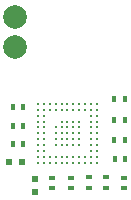
<source format=gbr>
G04 #@! TF.FileFunction,Soldermask,Bot*
%FSLAX46Y46*%
G04 Gerber Fmt 4.6, Leading zero omitted, Abs format (unit mm)*
G04 Created by KiCad (PCBNEW 4.0.5+dfsg1-4) date Tue Jul 10 09:58:08 2018*
%MOMM*%
%LPD*%
G01*
G04 APERTURE LIST*
%ADD10C,0.100000*%
%ADD11R,0.500000X0.600000*%
%ADD12R,0.600000X0.500000*%
%ADD13R,0.400000X0.600000*%
%ADD14R,0.600000X0.400000*%
%ADD15C,0.254000*%
%ADD16C,1.998980*%
G04 APERTURE END LIST*
D10*
D11*
X152930000Y-108220000D03*
X152930000Y-109320000D03*
D12*
X151860000Y-106820000D03*
X150760000Y-106820000D03*
D13*
X160550000Y-103270000D03*
X159650000Y-103270000D03*
X159680000Y-101500000D03*
X160580000Y-101500000D03*
X160550000Y-104970000D03*
X159650000Y-104970000D03*
X151975000Y-102175000D03*
X151075000Y-102175000D03*
X151970000Y-103790000D03*
X151070000Y-103790000D03*
X151070000Y-105310000D03*
X151970000Y-105310000D03*
X159710000Y-106590000D03*
X160610000Y-106590000D03*
D14*
X156030000Y-109030000D03*
X156030000Y-108130000D03*
X160490000Y-108120000D03*
X160490000Y-109020000D03*
X159010000Y-108110000D03*
X159010000Y-109010000D03*
X157510000Y-108990000D03*
X157510000Y-108090000D03*
X154440000Y-108120000D03*
X154440000Y-109020000D03*
D15*
X153210000Y-101880000D03*
X153710000Y-101880000D03*
X154210000Y-101880000D03*
X154710000Y-101880000D03*
X155210000Y-101880000D03*
X155710000Y-101880000D03*
X156210000Y-101880000D03*
X156710000Y-101880000D03*
X157210000Y-101880000D03*
X157710000Y-101880000D03*
X158210000Y-101880000D03*
X153210000Y-102380000D03*
X153710000Y-102380000D03*
X154210000Y-102380000D03*
X154710000Y-102380000D03*
X155210000Y-102380000D03*
X155710000Y-102380000D03*
X156210000Y-102380000D03*
X156710000Y-102380000D03*
X157210000Y-102380000D03*
X157710000Y-102380000D03*
X158210000Y-102380000D03*
X153210000Y-102880000D03*
X153710000Y-102880000D03*
X157710000Y-102880000D03*
X158210000Y-102880000D03*
X153210000Y-103380000D03*
X153710000Y-103380000D03*
X155210000Y-103380000D03*
X155710000Y-103380000D03*
X156210000Y-103380000D03*
X156710000Y-103380000D03*
X157710000Y-103380000D03*
X158210000Y-103380000D03*
X153210000Y-103880000D03*
X153710000Y-103880000D03*
X154710000Y-103880000D03*
X155210000Y-103880000D03*
X155710000Y-103880000D03*
X156210000Y-103880000D03*
X156710000Y-103880000D03*
X157710000Y-103880000D03*
X158210000Y-103880000D03*
X153210000Y-104380000D03*
X153710000Y-104380000D03*
X154710000Y-104380000D03*
X155210000Y-104380000D03*
X155710000Y-104380000D03*
X156210000Y-104380000D03*
X156710000Y-104380000D03*
X157710000Y-104380000D03*
X158210000Y-104380000D03*
X153210000Y-104880000D03*
X153710000Y-104880000D03*
X154710000Y-104880000D03*
X155210000Y-104880000D03*
X155710000Y-104880000D03*
X156210000Y-104880000D03*
X156710000Y-104880000D03*
X157710000Y-104880000D03*
X158210000Y-104880000D03*
X153210000Y-105380000D03*
X153710000Y-105380000D03*
X154710000Y-105380000D03*
X155210000Y-105380000D03*
X155710000Y-105380000D03*
X156210000Y-105380000D03*
X156710000Y-105380000D03*
X157710000Y-105380000D03*
X158210000Y-105380000D03*
X153210000Y-105880000D03*
X153710000Y-105880000D03*
X157710000Y-105880000D03*
X158210000Y-105880000D03*
X153210000Y-106380000D03*
X153710000Y-106380000D03*
X154210000Y-106380000D03*
X154710000Y-106380000D03*
X155210000Y-106380000D03*
X155710000Y-106380000D03*
X156210000Y-106380000D03*
X156710000Y-106380000D03*
X157210000Y-106380000D03*
X157710000Y-106380000D03*
X158210000Y-106380000D03*
X153210000Y-106880000D03*
X153710000Y-106880000D03*
X154210000Y-106880000D03*
X154710000Y-106880000D03*
X155210000Y-106880000D03*
X155710000Y-106880000D03*
X156210000Y-106880000D03*
X156710000Y-106880000D03*
X157210000Y-106880000D03*
X157710000Y-106880000D03*
X158210000Y-106880000D03*
D16*
X151260000Y-94490000D03*
X151260000Y-97030000D03*
M02*

</source>
